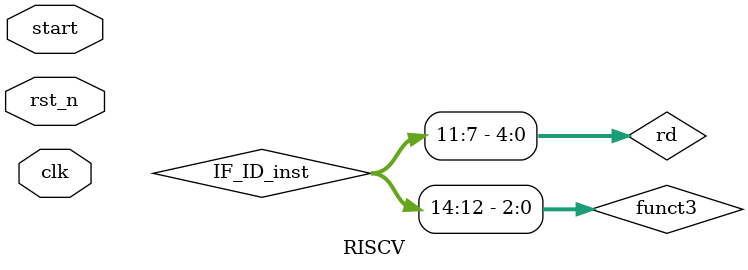
<source format=v>
module RISCV(clk, rst_n, start);

input clk, rst_n, start;
reg [31:0] pc;

wire RegWrite, MemWrite, MemRead, MemtoReg, ALUSrc, branch, LUI, AUIPC, JAL, JALR, N, Z, C, V;
wire [31:0] imm, b, ReadData, result, inst, rd_data, rs1_data, rs2_data;
wire [4:0] rs1, rs2,A1,A2, rd, ALUcontrol;
wire [2:0] immtype;
wire [2:0] funct3;
wire [1:0] ResultSrc;

wire [31:0] IF_ID_inst,IF_ID_pc,IF_ID_pcPlus4;

wire	[31:0]	ID_EX_pc, ID_EX_pcPlus4, ID_EX_rs1_data, ID_EX_rs2_data, ID_EX_imm;
wire	[4:0]	ID_EX_rs1, ID_EX_rs2, ID_EX_rd;
wire 	[4:0]	ID_EX_ALUcontrol;
wire	[2:0]	ID_EX_funct3;
wire	[1:0]	ID_EX_ResultSrc;
wire			ID_EX_MemRead, ID_EX_MemWrite, ID_EX_RegWrite,  ID_EX_MemtoReg;
wire			ID_EX_JAL, ID_EX_JALR, ID_EX_branch, ID_EX_ALUSrc, ID_EX_AUIPC, ID_EX_LUI;
wire			StallD,FlushD;

wire		[31:0]	EX_MEM_ALU_result, EX_MEM_rs1_data, EX_MEM_rs2_data, EX_MEM_WriteData, EX_MEM_pcPlus4, EX_MEM_imm, EX_MEM_pc;
wire		[4:0] 	EX_MEM_rs1, EX_MEM_rs2, EX_MEM_rd;
wire		[1:0]	EX_MEM_ResultSrc;
wire		[2:0]	EX_MEM_funct3;
wire				EX_MEM_RegWrite,  EX_MEM_MemRead, EX_MEM_JAL, EX_MEM_JALR, EX_MEM_AUIPC, EX_MEM_LUI;
wire				EX_MEM_MemWrite, EX_MEM_MemtoReg;
wire				FlushE, StallF;

wire		[31:0]	MEM_WB_ReadData,MEM_WB_ALU_result,MEM_WB_pcPlus4, MEM_WB_imm, MEM_WB_pc;
wire		[4:0]	MEM_WB_rs1, MEM_WB_rs2, MEM_WB_rd;
wire		[1:0]	MEM_WB_ResultSrc;
wire		[2:0]	MEM_WB_funct3;
wire				MEM_WB_RegWrite, MEM_WB_MemtoReg;
wire				MEM_WB_JAL, MEM_WB_JALR, MEM_WB_AUIPC, MEM_WB_LUI;

wire				PCSrc;
wire		[1:0] 	ForwardAE, ForwardBE;


wire        [31:0] ResultW;
wire	    [31:0] forward_a;	

wire		[31:0] forward_b;

wire		[31:0]	PCTargetE;



wire beq, bne, blt, bge, bltu, bgeu;
wire beq_taken, bne_taken, blt_taken, bge_taken, bltu_taken, bgeu_taken, btaken;




assign beq  = (funct3 == 3'b000);
assign bne  = (funct3 == 3'b001);
assign blt  = (funct3 == 3'b100);
assign bge  = (funct3 == 3'b101);
assign bltu = (funct3 == 3'b110);
assign bgeu = (funct3 == 3'b111);

assign beq_taken  =  branch & beq & Z;
assign bne_taken  =  branch & bne & ~Z;
assign blt_taken  =  branch & blt & (N!=V);
assign bge_taken  =  branch & bge & (N==V);
assign bltu_taken =  branch & bltu & ~C;
assign bgeu_taken =  branch & bgeu & C;
assign btaken =  beq_taken  | bne_taken | blt_taken | bge_taken | bltu_taken | bgeu_taken;
assign rs1 = IF_ID_inst[19:15];
assign rs2 = IF_ID_inst[24:20];
assign A1 = IF_ID_inst[19:15];
assign A2 = IF_ID_inst[24:20];
assign rd = IF_ID_inst[11:7];
assign funct3  = IF_ID_inst[14:12];


//IF
inst_mem im (
.clk(clk), 
.rst_n(rst_n), 
.pc(pc), 
.inst(inst));



//******************************//
//IFIDFF//
IFID IFID (
.clk(clk), 
.rst_n(rst_n), 
.StallD(StallD), 
.FlushD(FlushD),  
.inst(inst), 
.pc(pc), 
.IF_ID_inst(IF_ID_inst), 
.IF_ID_pc(IF_ID_pc), 
.IF_ID_pcPlus4(IF_ID_pcPlus4));
//******************************//


//ID
regfile rf (
.clk(clk), 
.MEM_WB_RegWrite(MEM_WB_RegWrite), 
.A1(A1), //rs1
.A2(A2), //rs2
.MEM_WB_rd(MEM_WB_rd), 
.rd_data(rd_data), 
.rs1_data(rs1_data), 
.rs2_data(rs2_data), 
.rst_n(rst_n));


control ct (
.IF_ID_inst(IF_ID_inst), 
.ResultSrc(ResultSrc), 
.RegWrite(RegWrite), 
.MemWrite(MemWrite), 
.MemRead(MemRead), 
.MemtoReg(MemtoReg), 
.ALUSrc(ALUSrc), 
.branch(branch), 
.JAL(JAL), 
.AUIPC(AUIPC), 
.LUI(LUI), 
.JALR(JALR), 
.ALUcontrol(ALUcontrol), 
.immtype(immtype));

immgen ig (
.immtype(immtype), 
.IF_ID_inst(IF_ID_inst), 
.imm(imm));


//******************************//
//IDEXFF
IDEX IDEX (
.clk(clk), 
.rst_n(rst_n), 
.FlushE(FlushE), 
.ResultSrc(ResultSrc), 
.PCSrc(PCSrc), 
.btaken(btaken),
.ID_EX_ResultSrc(ID_EX_ResultSrc), 
.ALUSrc(ALUSrc), 
.MemtoReg(MemtoReg),
.LUI(LUI), 
.AUIPC(AUIPC),  
.IF_ID_pc(IF_ID_pc), 
.IF_ID_pcPlus4(IF_ID_pcPlus4), 
.rs1_data(rs1_data), 
.rs2_data(rs2_data), 
.imm(imm), 
.rs1(rs1), 
.rs2(rs2), 
.Z(Z),
.rd(rd), 
.ALUcontrol(ALUcontrol), 
.funct3(funct3), 
.MemRead(MemRead), 
.MemWrite(MemWrite), 
.RegWrite(RegWrite), 
.JAL(JAL), 
.JALR(JALR), 
.branch(branch), 
.ID_EX_pc(ID_EX_pc), 
.ID_EX_pcPlus4(ID_EX_pcPlus4),
.ID_EX_ALUSrc(ID_EX_ALUSrc), 
.ID_EX_rs1_data(ID_EX_rs1_data), 
.ID_EX_rs2_data(ID_EX_rs2_data), 
.ID_EX_imm(ID_EX_imm), 
.ID_EX_rs1(ID_EX_rs1), 
.ID_EX_rs2(ID_EX_rs2), 
.ID_EX_rd(ID_EX_rd), 
.ID_EX_funct3(ID_EX_funct3), 
.ID_EX_MemRead(ID_EX_MemRead), 
.ID_EX_MemWrite(ID_EX_MemWrite), 
.ID_EX_RegWrite(ID_EX_RegWrite), 
.ID_EX_MemtoReg(ID_EX_MemtoReg),
.ID_EX_JAL(ID_EX_JAL), 
.ID_EX_JALR(ID_EX_JALR), 
.ID_EX_branch(ID_EX_branch), 
.ID_EX_ALUcontrol(ID_EX_ALUcontrol), 
.ID_EX_AUIPC(ID_EX_AUIPC), 
.ID_EX_LUI(ID_EX_LUI)); 
//******************************//

//EX


alu au (
.ID_EX_ALUcontrol(ID_EX_ALUcontrol), 
.a(forward_a), 
.b(b), 
.result(result), 
.N(N), .Z(Z), .C(C), .V(V));


mux_alu  JJJ (
.ID_EX_ALUSrc(ID_EX_ALUSrc),
.forward_b(forward_b), 
.ID_EX_imm(ID_EX_imm),
.b(b));

forward_mux1  RRR (
.ID_EX_rs1_data(ID_EX_rs1_data), 
.rs1_data(rs1_data),
.rd_data(rd_data), 
.EX_MEM_ALU_result(EX_MEM_ALU_result),
.ForwardAE(ForwardAE),
.forward_a(forward_a));

forward_mux2  SSS (
.ID_EX_rs2_data(ID_EX_rs2_data), 
.rs2_data(rs2_data),
.rd_data(rd_data), 
.EX_MEM_ALU_result(EX_MEM_ALU_result),
.ForwardBE(ForwardBE),
.forward_b(forward_b));

hazard_unit har( 
.EX_MEM_RegWrite(EX_MEM_RegWrite), 
.MEM_WB_RegWrite(MEM_WB_RegWrite), 
.PCSrc(PCSrc), 
.rs1(rs1), 
.rs2(rs2), 
.ID_EX_rs1(ID_EX_rs1), 
.ID_EX_rs2(ID_EX_rs2), 
.ID_EX_rd(ID_EX_rd), 
.EX_MEM_rd(EX_MEM_rd), 
.MEM_WB_rd(MEM_WB_rd), 
.ID_EX_ResultSrc(ID_EX_ResultSrc), 
.ForwardAE(ForwardAE), 
.ForwardBE(ForwardBE), 
.StallF(StallF), 
.StallD(StallD), 
.FlushE(FlushE), 
.FlushD(FlushD),
.ID_EX_MemRead(ID_EX_MemRead));

//******************************//
//EXMEMFF
EXMEM EXMEM (
.clk(clk), 
.rst_n(rst_n), 
.result(result),  
.ID_EX_ResultSrc(ID_EX_ResultSrc), 
.EX_MEM_ResultSrc(EX_MEM_ResultSrc), 
.ID_EX_rs2_data(ID_EX_rs2_data), 
.forward_b(forward_b), 
.ID_EX_pcPlus4(ID_EX_pcPlus4), 
.ID_EX_rd(ID_EX_rd), 
.ID_EX_RegWrite(ID_EX_RegWrite), 
.ID_EX_MemWrite(ID_EX_MemWrite), 
.ID_EX_MemRead(ID_EX_MemRead),
.ID_EX_AUIPC(ID_EX_AUIPC), 
.ID_EX_LUI(ID_EX_LUI), 
.ID_EX_JAL(ID_EX_JAL), 
.ID_EX_JALR(ID_EX_JALR),
.ID_EX_branch(ID_EX_branch),
.ID_EX_funct3(ID_EX_funct3),
.ID_EX_rs1_data(ID_EX_rs1_data), 
.EX_MEM_funct3(EX_MEM_funct3), 
.EX_MEM_ALU_result(EX_MEM_ALU_result), 
.EX_MEM_rs2_data(EX_MEM_rs2_data), 
.EX_MEM_WriteData(EX_MEM_WriteData),
.EX_MEM_pc(EX_MEM_pc), 
.ID_EX_pc(ID_EX_pc), 
.EX_MEM_pcPlus4(EX_MEM_pcPlus4), 
.EX_MEM_rd(EX_MEM_rd), 
.EX_MEM_RegWrite(EX_MEM_RegWrite), 
.EX_MEM_MemWrite(EX_MEM_MemWrite), 
.ID_EX_imm(ID_EX_imm), 
.EX_MEM_rs1(EX_MEM_rs1), 
.EX_MEM_rs2(EX_MEM_rs2),
.ID_EX_rs1(ID_EX_rs1), 
.ID_EX_rs2(ID_EX_rs2), 
.EX_MEM_JAL(EX_MEM_JAL), 
.EX_MEM_JALR(EX_MEM_JALR), 
.EX_MEM_LUI(EX_MEM_LUI), 
.EX_MEM_AUIPC(EX_MEM_AUIPC), 
.EX_MEM_imm(EX_MEM_imm), 
.EX_MEM_MemRead(EX_MEM_MemRead), 
.ID_EX_MemtoReg(ID_EX_MemtoReg), 
.EX_MEM_MemtoReg(EX_MEM_MemtoReg),
.EX_MEM_branch(EX_MEM_branch),
.EX_MEM_rs1_data(EX_MEM_rs1_data));
//******************************//

//MEM

data_mem dm (
.clk(clk), 
.rst_n(rst_n), 
.EX_MEM_MemWrite(EX_MEM_MemWrite), 
.EX_MEM_ALU_result(EX_MEM_ALU_result), 
.EX_MEM_WriteData(EX_MEM_WriteData), 
.ReadData(ReadData), 
.EX_MEM_funct3(EX_MEM_funct3), 
.EX_MEM_MemRead(EX_MEM_MemRead));


//******************************//
//MEMWBFF//
MEMWB MEMWB (
.clk(clk), 
.rst_n(rst_n), 
.ReadData(ReadData),
.EX_MEM_ResultSrc(EX_MEM_ResultSrc), 
.MEM_WB_ResultSrc(MEM_WB_ResultSrc), 
.EX_MEM_ALU_result(EX_MEM_ALU_result), 
.EX_MEM_pcPlus4(EX_MEM_pcPlus4), 
.EX_MEM_rd(EX_MEM_rd), 
.EX_MEM_RegWrite(EX_MEM_RegWrite), 
.MEM_WB_ReadData(MEM_WB_ReadData), 
.MEM_WB_ALU_result(MEM_WB_ALU_result), 
.EX_MEM_funct3(EX_MEM_funct3), 
.MEM_WB_funct3(MEM_WB_funct3), 
.MEM_WB_pcPlus4(MEM_WB_pcPlus4), 
.MEM_WB_rd(MEM_WB_rd), 
.MEM_WB_RegWrite(MEM_WB_RegWrite),
.EX_MEM_pc(EX_MEM_pc), 
.MEM_WB_pc(MEM_WB_pc), 
.EX_MEM_MemtoReg(EX_MEM_MemtoReg), 
.MEM_WB_MemtoReg(MEM_WB_MemtoReg),
.EX_MEM_imm(EX_MEM_imm),
.MEM_WB_imm(MEM_WB_imm), 
.EX_MEM_rs1(EX_MEM_rs1), 
.EX_MEM_rs2(EX_MEM_rs2),
.MEM_WB_rs1(MEM_WB_rs1), 
.MEM_WB_rs2(MEM_WB_rs2), 
.EX_MEM_JAL(EX_MEM_JAL), 
.EX_MEM_JALR(EX_MEM_JALR), 
.EX_MEM_LUI(EX_MEM_LUI), 
.EX_MEM_AUIPC(EX_MEM_AUIPC), 
.MEM_WB_JAL(MEM_WB_JAL), 
.MEM_WB_JALR(MEM_WB_JALR), 
.MEM_WB_LUI(MEM_WB_LUI), 
.MEM_WB_AUIPC(MEM_WB_AUIPC));
//******************************//


//WB

memtoregmux mm(
.clk(clk),
.MEM_WB_MemtoReg(MEM_WB_MemtoReg), 
.MEM_WB_ResultSrc(MEM_WB_ResultSrc), 
.MEM_WB_ReadData(MEM_WB_ReadData), 
.MEM_WB_ALU_result(MEM_WB_ALU_result), 
.ReadData(ReadData), .rd_data(rd_data), 
.MEM_WB_JAL(MEM_WB_JAL), 
.MEM_WB_pc(MEM_WB_pc), 
.MEM_WB_JALR(MEM_WB_JALR), 
.MEM_WB_imm(MEM_WB_imm),
.MEM_WB_AUIPC(MEM_WB_AUIPC), 
.MEM_WB_LUI(MEM_WB_LUI));













always @(posedge clk) // branch, JAL, JALR , pc블록
begin
	if(!rst_n) pc <= 32'b0;

	else if(start)
		if(StallF)
			pc <= pc;
		else 
//			pc <= PCbar;
			begin
				if(ID_EX_branch) pc <= ID_EX_pc + ID_EX_imm;
				else if(ID_EX_JAL) pc <= ID_EX_pc + ID_EX_imm;
				else if(ID_EX_JALR) pc <= ID_EX_rs1_data + ID_EX_imm ;
				else pc <= pc + 4;
			end
	
	else;
end

endmodule

</source>
